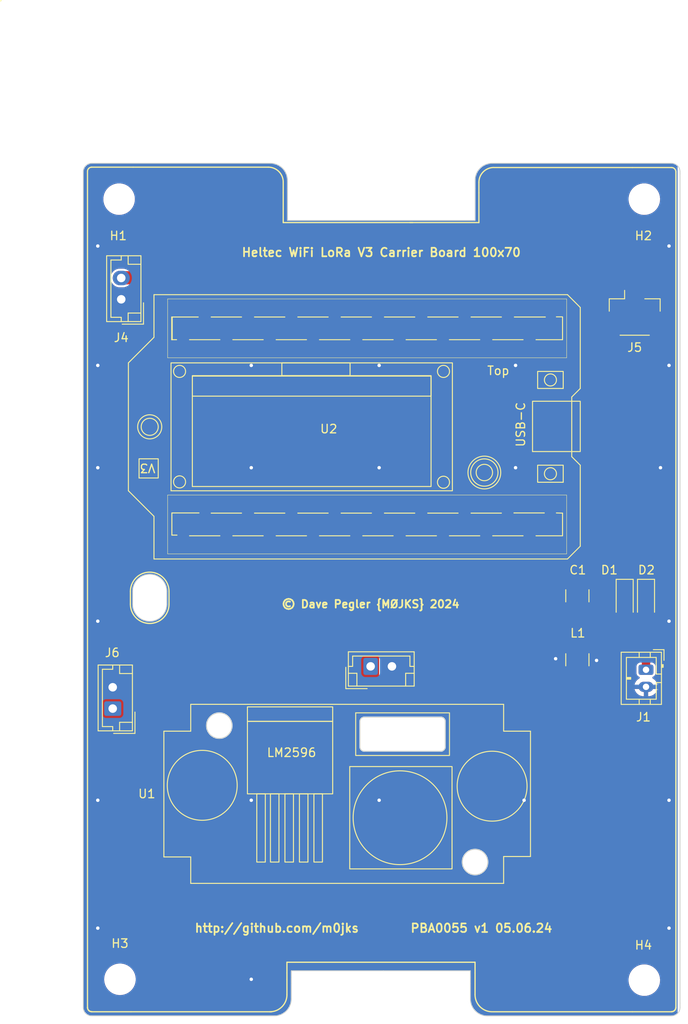
<source format=kicad_pcb>
(kicad_pcb (version 20221018) (generator pcbnew)
  (layers (0 "F.Cu" signal) (31 "B.Cu" signal) (34 "B.Paste" user) (35 "F.Paste" user) (36 "B.SilkS" user "B.Silkscreen") (37 "F.SilkS" user "F.Silkscreen") (38 "B.Mask" user) (39 "F.Mask" user) (44 "Edge.Cuts" user))
  (net 0 "")
  (net 1 "+3V8")
  (net 2 "GND")
  (net 3 "+12V")
  (net 4 "+5V")
  (net 5 "Net-(D2-A)")
  (net 6 "Net-(L1-Pad1)")
  (net 7 "Net-(D1-A)")
  (footprint "M0jks:Heltec_LoRa_WiFi_V3_SMD" (layer "F.Cu") (at 138.59 79.955 90)
    (fp_text reference "U2" (at -0.25 -4.5 unlocked) (layer "F.SilkS"))
    (fp_text value "~")
    (fp_text user "V3" (at -4.25 -24.75 180 unlocked) (layer "F.SilkS") (effects (justify left bottom)))
    (fp_text user "USB-C" (at -2.45 18.6 90 unlocked) (layer "F.SilkS") (effects (justify left bottom)))
    (fp_text user "Top" (at 6 14 unlocked) (layer "F.SilkS") (effects (justify left bottom)))
    (fp_line (start -15.5 -25) (end -15.5 23.5) (stroke (width 0.12)) (layer "F.SilkS"))
    (fp_line (start -15.5 -25) (end -10.5 -25) (stroke (width 0.12)) (layer "F.SilkS"))
    (fp_line (start -15.5 23.5) (end -14 25) (stroke (width 0.12)) (layer "F.SilkS"))
    (fp_line (start -14.9 -23.4) (end -14.9 23.4) (stroke (width 0.05)) (layer "F.SilkS"))
    (fp_line (start -14.9 23.4) (end -8 23.4) (stroke (width 0.05)) (layer "F.SilkS"))
    (fp_line (start -14 25) (end -4.5 25) (stroke (width 0.12)) (layer "F.SilkS"))
    (fp_line (start -12.78 -17.27) (end -12.78 -20.83) (stroke (width 0.12)) (layer "F.SilkS"))
    (fp_line (start -12.78 -12.19) (end -12.78 -15.75) (stroke (width 0.12)) (layer "F.SilkS"))
    (fp_line (start -12.78 -7.11) (end -12.78 -10.67) (stroke (width 0.12)) (layer "F.SilkS"))
    (fp_line (start -12.78 -2.03) (end -12.78 -5.59) (stroke (width 0.12)) (layer "F.SilkS"))
    (fp_line (start -12.78 3.05) (end -12.78 -0.51) (stroke (width 0.12)) (layer "F.SilkS"))
    (fp_line (start -12.78 8.13) (end -12.78 4.57) (stroke (width 0.12)) (layer "F.SilkS"))
    (fp_line (start -12.78 13.21) (end -12.78 9.65) (stroke (width 0.12)) (layer "F.SilkS"))
    (fp_line (start -12.78 18.29) (end -12.78 14.73) (stroke (width 0.12)) (layer "F.SilkS"))
    (fp_line (start -12.78 22.92) (end -12.78 19.81) (stroke (width 0.12)) (layer "F.SilkS"))
    (fp_line (start -12.7 -22.9) (end -12.7 -22.3) (stroke (width 0.12)) (layer "F.SilkS"))
    (fp_line (start -10.5 -25) (end -7.5 -28) (stroke (width 0.12)) (layer "F.SilkS"))
    (fp_line (start -10.12 -14.73) (end -10.12 -18.29) (stroke (width 0.12)) (layer "F.SilkS"))
    (fp_line (start -10.12 -9.65) (end -10.12 -13.21) (stroke (width 0.12)) (layer "F.SilkS"))
    (fp_line (start -10.12 -4.57) (end -10.12 -8.13) (stroke (width 0.12)) (layer "F.SilkS"))
    (fp_line (start -10.12 0.51) (end -10.12 -3.05) (stroke (width 0.12)) (layer "F.SilkS"))
    (fp_line (start -10.12 5.59) (end -10.12 2.03) (stroke (width 0.12)) (layer "F.SilkS"))
    (fp_line (start -10.12 10.67) (end -10.12 7.11) (stroke (width 0.12)) (layer "F.SilkS"))
    (fp_line (start -10.12 15.75) (end -10.12 12.19) (stroke (width 0.12)) (layer "F.SilkS"))
    (fp_line (start -10.12 22.92) (end -12.78 22.92) (stroke (width 0.12)) (layer "F.SilkS"))
    (fp_line (start -10.1 -22.9) (end -12.7 -22.9) (stroke (width 0.12)) (layer "F.SilkS"))
    (fp_line (start -10.1 -19.72) (end -10.1 -22.9) (stroke (width 0.12)) (layer "F.SilkS"))
    (fp_line (start -10.1 20.78) (end -10.1 17.22) (stroke (width 0.12)) (layer "F.SilkS"))
    (fp_line (start -10.1 22.2) (end -10.12 22.92) (stroke (width 0.12)) (layer "F.SilkS"))
    (fp_line (start -8 -23.4) (end -14.9 -23.4) (stroke (width 0.05)) (layer "F.SilkS"))
    (fp_line (start -8 23.4) (end -8 -23.4) (stroke (width 0.05)) (layer "F.SilkS"))
    (fp_line (start -7.5 -28) (end 7.5 -28) (stroke (width 0.12)) (layer "F.SilkS"))
    (fp_line (start -4.5 25) (end -3.5 24) (stroke (width 0.12)) (layer "F.SilkS"))
    (fp_line (start -3.5 24) (end 3.5 24) (stroke (width 0.12)) (layer "F.SilkS"))
    (fp_line (start 3.5 24) (end 4.5 25) (stroke (width 0.12)) (layer "F.SilkS"))
    (fp_line (start 4.5 25) (end 14 25) (stroke (width 0.12)) (layer "F.SilkS"))
    (fp_line (start 7.5 -28) (end 10.5 -25) (stroke (width 0.12)) (layer "F.SilkS"))
    (fp_line (start 8.1 -23.4) (end 8.1 23.4) (stroke (width 0.05)) (layer "F.SilkS"))
    (fp_line (start 8.1 23.4) (end 15 23.4) (stroke (width 0.05)) (layer "F.SilkS"))
    (fp_line (start 10.22 -22.35) (end 10.22 -22.92) (stroke (width 0.12)) (layer "F.SilkS"))
    (fp_line (start 10.22 -17.27) (end 10.22 -20.83) (stroke (width 0.12)) (layer "F.SilkS"))
    (fp_line (start 10.22 -12.19) (end 10.22 -15.75) (stroke (width 0.12)) (layer "F.SilkS"))
    (fp_line (start 10.22 -7.11) (end 10.22 -10.67) (stroke (width 0.12)) (layer "F.SilkS"))
    (fp_line (start 10.22 -2.03) (end 10.22 -5.59) (stroke (width 0.12)) (layer "F.SilkS"))
    (fp_line (start 10.22 3.05) (end 10.22 -0.51) (stroke (width 0.12)) (layer "F.SilkS"))
    (fp_line (start 10.22 8.13) (end 10.22 4.57) (stroke (width 0.12)) (layer "F.SilkS"))
    (fp_line (start 10.22 13.21) (end 10.22 9.65) (stroke (width 0.12)) (layer "F.SilkS"))
    (fp_line (start 10.22 18.29) (end 10.22 14.73) (stroke (width 0.12)) (layer "F.SilkS"))
    (fp_line (start 10.22 22.92) (end 10.22 19.81) (stroke (width 0.12)) (layer "F.SilkS"))
    (fp_line (start 10.5 -25) (end 15.5 -25) (stroke (width 0.12)) (layer "F.SilkS"))
    (fp_line (start 12.88 -22.92) (end 10.22 -22.92) (stroke (width 0.12)) (layer "F.SilkS"))
    (fp_line (start 12.88 -22.86) (end 10.22 -22.86) (stroke (width 0.12)) (layer "F.SilkS"))
    (fp_line (start 12.88 -19.81) (end 12.88 -22.92) (stroke (width 0.12)) (layer "F.SilkS"))
    (fp_line (start 12.88 -14.73) (end 12.88 -18.29) (stroke (width 0.12)) (layer "F.SilkS"))
    (fp_line (start 12.88 -9.65) (end 12.88 -13.21) (stroke (width 0.12)) (layer "F.SilkS"))
    (fp_line (start 12.88 -4.57) (end 12.88 -8.13) (stroke (width 0.12)) (layer "F.SilkS"))
    (fp_line (start 12.88 0.51) (end 12.88 -3.05) (stroke (width 0.12)) (layer "F.SilkS"))
    (fp_line (start 12.88 5.59) (end 12.88 2.03) (stroke (width 0.12)) (layer "F.SilkS"))
    (fp_line (start 12.88 10.67) (end 12.88 7.11) (stroke (width 0.12)) (layer "F.SilkS"))
    (fp_line (start 12.88 15.75) (end 12.88 12.19) (stroke (width 0.12)) (layer "F.SilkS"))
    (fp_line (start 12.88 20.9) (end 12.88 17.27) (stroke (width 0.12)) (layer "F.SilkS"))
    (fp_line (start 12.88 22.92) (end 10.22 22.92) (stroke (width 0.12)) (layer "F.SilkS"))
    (fp_line (start 12.9 22.2) (end 12.9 22.9) (stroke (width 0.12)) (layer "F.SilkS"))
    (fp_line (start 14 25) (end 15.5 23.5) (stroke (width 0.12)) (layer "F.SilkS"))
    (fp_line (start 15 -23.4) (end 8.1 -23.4) (stroke (width 0.05)) (layer "F.SilkS"))
    (fp_line (start 15 23.4) (end 15 -23.4) (stroke (width 0.05)) (layer "F.SilkS"))
    (fp_line (start 15.5 -25) (end 15.5 23.5) (stroke (width 0.12)) (layer "F.SilkS"))
    (fp_rect (start -7.5 -23) (end 7.5 10) (stroke (width 0.12)) (fill none) (layer "F.SilkS"))
    (fp_rect (start -7 -20.5) (end 6 7.5) (stroke (width 0.12)) (fill none) (layer "F.SilkS"))
    (fp_rect (start -6.5 23) (end -4.5 20) (stroke (width 0.12)) (fill none) (layer "F.SilkS"))
    (fp_rect (start -6 -26.75) (end -3.75 -24.5) (stroke (width 0.12)) (fill none) (layer "F.SilkS"))
    (fp_rect (start -2.9 19.4) (end 3 25) (stroke (width 0.12)) (fill none) (layer "F.SilkS"))
    (fp_rect (start 3.6 -20.5) (end 5.95 7.5) (stroke (width 0.12)) (fill none) (layer "F.SilkS"))
    (fp_rect (start 4.5 23) (end 6.5 20) (stroke (width 0.12)) (fill none) (layer "F.SilkS"))
    (fp_rect (start 6 -10) (end 7.5 -2) (stroke (width 0.12)) (fill none) (layer "F.SilkS"))
    (fp_circle (center -6.5 8.957106) (end -6 9.457106) (stroke (width 0.12)) (fill none) (layer "F.SilkS"))
    (fp_circle (center -6.457106 -22) (end -5.957106 -21.5) (stroke (width 0.12)) (fill none) (layer "F.SilkS"))
    (fp_circle (center -5.5 21.5) (end -5 21) (stroke (width 0.12)) (fill none) (layer "F.SilkS"))
    (fp_circle (center -5.358495 13.75) (end -4.608495 14.350781) (stroke (width 0.12)) (fill none) (layer "F.SilkS"))
    (fp_circle (center -5.358495 13.75) (end -4.358495 15) (stroke (width 0.12)) (fill none) (layer "F.SilkS"))
    (fp_circle (center -5.358495 13.75) (end -4.358495 15.391505) (stroke (width 0.12)) (fill none) (layer "F.SilkS"))
    (fp_circle (center 0 -25.5) (end 1 -25.5) (stroke (width 0.12)) (fill none) (layer "F.SilkS"))
    (fp_circle (center 0 -25.5) (end 1 -24.5) (stroke (width 0.12)) (fill none) (layer "F.SilkS"))
    (fp_circle (center 5.5 21.5) (end 6 21) (stroke (width 0.12)) (fill none) (layer "F.SilkS"))
    (fp_circle (center 6.5 -22) (end 7 -21.5) (stroke (width 0.12)) (fill none) (layer "F.SilkS"))
    (fp_circle (center 6.5 8.957106) (end 7 9.457106) (stroke (width 0.12)) (fill none) (layer "F.SilkS"))
    (fp_circle (center 50 -43) (end 50 -43) (stroke (width 0.12)) (fill none) (layer "F.SilkS"))
    (pad "1B" smd rect (at -9.795 21.59 270) (size 2.51 1) (layers "F.Cu" "F.Paste" "F.Mask") (net 2 "GND"))
    (pad "1T" smd rect (at 13.205 21.59 270) (size 2.51 1) (layers "F.Cu" "F.Paste" "F.Mask") (net 2 "GND"))
    (pad "2B" smd rect (at -13.105 19.05 270) (size 2.51 1) (layers "F.Cu" "F.Paste" "F.Mask"))
    (pad "2T" smd rect (at 9.895 19.05 270) (size 2.51 1) (layers "F.Cu" "F.Paste" "F.Mask") (net 4 "+5V"))
    (pad "3B" smd rect (at -9.795 16.51 270) (size 2.51 1) (layers "F.Cu" "F.Paste" "F.Mask"))
    (pad "3T" smd rect (at 13.205 16.51 270) (size 2.51 1) (layers "F.Cu" "F.Paste" "F.Mask"))
    (pad "4B" smd rect (at -13.105 13.97 270) (size 2.51 1) (layers "F.Cu" "F.Paste" "F.Mask"))
    (pad "4T" smd rect (at 9.895 13.97 270) (size 2.51 1) (layers "F.Cu" "F.Paste" "F.Mask"))
    (pad "5B" smd rect (at -9.795 11.43 270) (size 2.51 1) (layers "F.Cu" "F.Paste" "F.Mask"))
    (pad "5T" smd rect (at 13.205 11.43 270) (size 2.51 1) (layers "F.Cu" "F.Paste" "F.Mask"))
    (pad "6B" smd rect (at -13.105 8.89 270) (size 2.51 1) (layers "F.Cu" "F.Paste" "F.Mask"))
    (pad "6T" smd rect (at 9.895 8.89 270) (size 2.51 1) (layers "F.Cu" "F.Paste" "F.Mask"))
    (pad "7B" smd rect (at -9.795 6.35 270) (size 2.51 1) (layers "F.Cu" "F.Paste" "F.Mask"))
    (pad "7T" smd rect (at 13.205 6.35 270) (size 2.51 1) (layers "F.Cu" "F.Paste" "F.Mask"))
    (pad "8B" smd rect (at -13.105 3.81 270) (size 2.51 1) (layers "F.Cu" "F.Paste" "F.Mask"))
    (pad "8T" smd rect (at 9.895 3.81 270) (size 2.51 1) (layers "F.Cu" "F.Paste" "F.Mask"))
    (pad "9B" smd rect (at -9.795 1.27 270) (size 2.51 1) (layers "F.Cu" "F.Paste" "F.Mask"))
    (pad "9T" smd rect (at 13.205 1.27 270) (size 2.51 1) (layers "F.Cu" "F.Paste" "F.Mask"))
    (pad "10B" smd rect (at -13.105 -1.27 270) (size 2.51 1) (layers "F.Cu" "F.Paste" "F.Mask"))
    (pad "10T" smd rect (at 9.895 -1.27 270) (size 2.51 1) (layers "F.Cu" "F.Paste" "F.Mask"))
    (pad "11B" smd rect (at -9.795 -3.81 270) (size 2.51 1) (layers "F.Cu" "F.Paste" "F.Mask"))
    (pad "11T" smd rect (at 13.205 -3.81 270) (size 2.51 1) (layers "F.Cu" "F.Paste" "F.Mask"))
    (pad "12B" smd rect (at -13.105 -6.35 270) (size 2.51 1) (layers "F.Cu" "F.Paste" "F.Mask"))
    (pad "12T" smd rect (at 9.895 -6.35 270) (size 2.51 1) (layers "F.Cu" "F.Paste" "F.Mask"))
    (pad "13B" smd rect (at -9.795 -8.89 270) (size 2.51 1) (layers "F.Cu" "F.Paste" "F.Mask"))
    (pad "13T" smd rect (at 13.205 -8.89 270) (size 2.51 1) (layers "F.Cu" "F.Paste" "F.Mask"))
    (pad "14B" smd rect (at -13.105 -11.43 270) (size 2.51 1) (layers "F.Cu" "F.Paste" "F.Mask"))
    (pad "14T" smd rect (at 9.895 -11.43 270) (size 2.51 1) (layers "F.Cu" "F.Paste" "F.Mask"))
    (pad "15B" smd rect (at -9.795 -13.97 270) (size 2.51 1) (layers "F.Cu" "F.Paste" "F.Mask"))
    (pad "15T" smd rect (at 13.205 -13.97 270) (size 2.51 1) (layers "F.Cu" "F.Paste" "F.Mask"))
    (pad "16B" smd rect (at -13.105 -16.51 270) (size 2.51 1) (layers "F.Cu" "F.Paste" "F.Mask"))
    (pad "16T" smd rect (at 9.895 -16.51 270) (size 2.51 1) (layers "F.Cu" "F.Paste" "F.Mask"))
    (pad "17B" smd rect (at -9.795 -19.05 270) (size 2.51 1) (layers "F.Cu" "F.Paste" "F.Mask"))
    (pad "17T" smd rect (at 13.205 -19.05 270) (size 2.51 1) (layers "F.Cu" "F.Paste" "F.Mask"))
    (pad "18B" smd rect (at -13.105 -21.59 270) (size 2.51 1) (layers "F.Cu" "F.Paste" "F.Mask"))
    (pad "18T" smd rect (at 9.895 -21.59 270) (size 2.51 1) (layers "F.Cu" "F.Paste" "F.Mask"))
  )
  (footprint "MountingHole:MountingHole_3.2mm_M3" (layer "F.Cu") (at 171.1 53.25)
    (fp_text reference "H2" (at -0.1 4.3) (layer "F.SilkS"))
    (fp_text value "MountingHole")
    (pad "" np_thru_hole circle (at 0 0) (size 3.2 3.2) (drill 3.2) (layers "*.Cu" "*.Mask"))
  )
  (footprint "Connector_JST:JST_EH_B2B-EH-A_1x02_P2.50mm_Vertical" (layer "F.Cu") (at 139 108.05)
    (fp_text reference "J2" hide)
    (fp_text value "JST_EH_2.50mm")
    (fp_line (start -2.91 0.11) (end -2.91 2.61) (stroke (width 0.12)) (layer "F.SilkS"))
    (fp_line (start -2.91 2.61) (end -0.41 2.61) (stroke (width 0.12)) (layer "F.SilkS"))
    (fp_line (start -2.61 -1.71) (end -2.61 2.31) (stroke (width 0.12)) (layer "F.SilkS"))
    (fp_line (start -2.61 0) (end -2.11 0) (stroke (width 0.12)) (layer "F.SilkS"))
    (fp_line (start -2.61 0.81) (end -1.61 0.81) (stroke (width 0.12)) (layer "F.SilkS"))
    (fp_line (start -2.61 2.31) (end 5.11 2.31) (stroke (width 0.12)) (layer "F.SilkS"))
    (fp_line (start -2.11 -1.21) (end 4.61 -1.21) (stroke (width 0.12)) (layer "F.SilkS"))
    (fp_line (start -2.11 0) (end -2.11 -1.21) (stroke (width 0.12)) (layer "F.SilkS"))
    (fp_line (start -1.61 0.81) (end -1.61 2.31) (stroke (width 0.12)) (layer "F.SilkS"))
    (fp_line (start 4.11 0.81) (end 4.11 2.31) (stroke (width 0.12)) (layer "F.SilkS"))
    (fp_line (start 4.61 -1.21) (end 4.61 0) (stroke (width 0.12)) (layer "F.SilkS"))
    (fp_line (start 4.61 0) (end 5.11 0) (stroke (width 0.12)) (layer "F.SilkS"))
    (fp_line (start 5.11 -1.71) (end -2.61 -1.71) (stroke (width 0.12)) (layer "F.SilkS"))
    (fp_line (start 5.11 0.81) (end 4.11 0.81) (stroke (width 0.12)) (layer "F.SilkS"))
    (fp_line (start 5.11 2.31) (end 5.11 -1.71) (stroke (width 0.12)) (layer "F.SilkS"))
    (pad "1" thru_hole roundrect (at 0 0) (size 1.7 2) (drill 1) (layers "*.Cu" "*.Mask") (roundrect_rratio 0.1470588235) (net 3 "+12V"))
    (pad "2" thru_hole oval (at 2.5 0) (size 1.7 2) (drill 1) (layers "*.Cu" "*.Mask") (net 2 "GND"))
  )
  (footprint "Capacitor_SMD:C_1210_3225Metric" (layer "F.Cu") (at 163.25 107.275 90)
    (fp_text reference "L1" (at 3.125 0.05 180) (layer "F.SilkS"))
    (fp_text value "860nH")
    (fp_line (start -0.711252 -1.36) (end 0.711252 -1.36) (stroke (width 0.12)) (layer "F.SilkS"))
    (fp_line (start -0.711252 1.36) (end 0.711252 1.36) (stroke (width 0.12)) (layer "F.SilkS"))
    (pad "1" smd roundrect (at -1.475 0 90) (size 1.15 2.7) (layers "F.Cu" "F.Paste" "F.Mask") (roundrect_rratio 0.217391) (net 6 "Net-(L1-Pad1)"))
    (pad "2" smd roundrect (at 1.475 0 90) (size 1.15 2.7) (layers "F.Cu" "F.Paste" "F.Mask") (roundrect_rratio 0.217391) (net 7 "Net-(D1-A)"))
  )
  (footprint "Connector_JST:JST_EH_B2B-EH-A_1x02_P2.50mm_Vertical" (layer "F.Cu") (at 108.75 113 90)
    (fp_text reference "J6" (at 6.55 -0.05 180) (layer "F.SilkS"))
    (fp_text value "JST_EH_2.50mm")
    (fp_line (start -2.91 0.11) (end -2.91 2.61) (stroke (width 0.12)) (layer "F.SilkS"))
    (fp_line (start -2.91 2.61) (end -0.41 2.61) (stroke (width 0.12)) (layer "F.SilkS"))
    (fp_line (start -2.61 -1.71) (end -2.61 2.31) (stroke (width 0.12)) (layer "F.SilkS"))
    (fp_line (start -2.61 0) (end -2.11 0) (stroke (width 0.12)) (layer "F.SilkS"))
    (fp_line (start -2.61 0.81) (end -1.61 0.81) (stroke (width 0.12)) (layer "F.SilkS"))
    (fp_line (start -2.61 2.31) (end 5.11 2.31) (stroke (width 0.12)) (layer "F.SilkS"))
    (fp_line (start -2.11 -1.21) (end 4.61 -1.21) (stroke (width 0.12)) (layer "F.SilkS"))
    (fp_line (start -2.11 0) (end -2.11 -1.21) (stroke (width 0.12)) (layer "F.SilkS"))
    (fp_line (start -1.61 0.81) (end -1.61 2.31) (stroke (width 0.12)) (layer "F.SilkS"))
    (fp_line (start 4.11 0.81) (end 4.11 2.31) (stroke (width 0.12)) (layer "F.SilkS"))
    (fp_line (start 4.61 -1.21) (end 4.61 0) (stroke (width 0.12)) (layer "F.SilkS"))
    (fp_line (start 4.61 0) (end 5.11 0) (stroke (width 0.12)) (layer "F.SilkS"))
    (fp_line (start 5.11 -1.71) (end -2.61 -1.71) (stroke (width 0.12)) (layer "F.SilkS"))
    (fp_line (start 5.11 0.81) (end 4.11 0.81) (stroke (width 0.12)) (layer "F.SilkS"))
    (fp_line (start 5.11 2.31) (end 5.11 -1.71) (stroke (width 0.12)) (layer "F.SilkS"))
    (pad "1" thru_hole roundrect (at 0 0 90) (size 1.7 2) (drill 1) (layers "*.Cu" "*.Mask") (roundrect_rratio 0.1470588235) (net 3 "+12V"))
    (pad "2" thru_hole oval (at 2.5 0 90) (size 1.7 2) (drill 1) (layers "*.Cu" "*.Mask") (net 2 "GND"))
  )
  (footprint "Connector_JST:JST_PH_B2B-PH-K_1x02_P2.00mm_Vertical" (layer "F.Cu") (at 171.3 108.45 -90)
    (fp_text reference "J1" (at 5.55 0.3 -180) (layer "F.SilkS"))
    (fp_text value "JST_GH_1.25mm")
    (fp_line (start -2.36 -2.11) (end -2.36 -0.86) (stroke (width 0.12)) (layer "F.SilkS"))
    (fp_line (start -2.06 -1.81) (end -2.06 2.91) (stroke (width 0.12)) (layer "F.SilkS"))
    (fp_line (start -2.06 -0.5) (end -1.45 -0.5) (stroke (width 0.12)) (layer "F.SilkS"))
    (fp_line (start -2.06 0.8) (end -1.45 0.8) (stroke (width 0.12)) (layer "F.SilkS"))
    (fp_line (start -2.06 2.91) (end 4.06 2.91) (stroke (width 0.12)) (layer "F.SilkS"))
    (fp_line (start -1.45 -1.2) (end -1.45 2.3) (stroke (width 0.12)) (layer "F.SilkS"))
    (fp_line (start -1.45 2.3) (end 3.45 2.3) (stroke (width 0.12)) (layer "F.SilkS"))
    (fp_line (start -1.11 -2.11) (end -2.36 -2.11) (stroke (width 0.12)) (layer "F.SilkS"))
    (fp_line (start -0.6 -2.01) (end -0.6 -1.81) (stroke (width 0.12)) (layer "F.SilkS"))
    (fp_line (start -0.3 -2.01) (end -0.6 -2.01) (stroke (width 0.12)) (layer "F.SilkS"))
    (fp_line (start -0.3 -1.91) (end -0.6 -1.91) (stroke (width 0.12)) (layer "F.SilkS"))
    (fp_line (start -0.3 -1.81) (end -0.3 -2.01) (stroke (width 0.12)) (layer "F.SilkS"))
    (fp_line (start 0.5 -1.81) (end 0.5 -1.2) (stroke (width 0.12)) (layer "F.SilkS"))
    (fp_line (start 0.5 -1.2) (end -1.45 -1.2) (stroke (width 0.12)) (layer "F.SilkS"))
    (fp_line (start 0.9 1.8) (end 1.1 1.8) (stroke (width 0.12)) (layer "F.SilkS"))
    (fp_line (start 0.9 2.3) (end 0.9 1.8) (stroke (width 0.12)) (layer "F.SilkS"))
    (fp_line (start 1 2.3) (end 1 1.8) (stroke (width 0.12)) (layer "F.SilkS"))
    (fp_line (start 1.1 1.8) (end 1.1 2.3) (stroke (width 0.12)) (layer "F.SilkS"))
    (fp_line (start 1.5 -1.2) (end 1.5 -1.81) (stroke (width 0.12)) (layer "F.SilkS"))
    (fp_line (start 3.45 -1.2) (end 1.5 -1.2) (stroke (width 0.12)) (layer "F.SilkS"))
    (fp_line (start 3.45 2.3) (end 3.45 -1.2) (stroke (width 0.12)) (layer "F.SilkS"))
    (fp_line (start 4.06 -1.81) (end -2.06 -1.81) (stroke (width 0.12)) (layer "F.SilkS"))
    (fp_line (start 4.06 -0.5) (end 3.45 -0.5) (stroke (width 0.12)) (layer "F.SilkS"))
    (fp_line (start 4.06 0.8) (end 3.45 0.8) (stroke (width 0.12)) (layer "F.SilkS"))
    (fp_line (start 4.06 2.91) (end 4.06 -1.81) (stroke (width 0.12)) (layer "F.SilkS"))
    (pad "1" thru_hole roundrect (at 0 0 270) (size 1.2 1.75) (drill 0.75) (layers "*.Cu" "*.Mask") (roundrect_rratio 0.2083333333) (net 5 "Net-(D2-A)"))
    (pad "2" thru_hole oval (at 2 0 270) (size 1.2 1.75) (drill 0.75) (layers "*.Cu" "*.Mask") (net 2 "GND"))
  )
  (footprint "MountingHole:MountingHole_3.2mm_M3" (layer "F.Cu") (at 109.6 144.75 -90)
    (fp_text reference "H3" (at -4.2 0 -180) (layer "F.SilkS"))
    (fp_text value "MountingHole")
    (pad "" np_thru_hole circle (at 0 0 270) (size 3.2 3.2) (drill 3.2) (layers "*.Cu" "*.Mask"))
  )
  (footprint "Diode_SMD:D_SOD-123F" (layer "F.Cu") (at 168.8 100.05 -90)
    (fp_text reference "D1" (at -3.3 1.8 -180) (layer "F.SilkS"))
    (fp_text value "D")
    (fp_line (start -2.21 -1) (end -2.21 1) (stroke (width 0.12)) (layer "F.SilkS"))
    (fp_line (start -2.21 -1) (end 1.65 -1) (stroke (width 0.12)) (layer "F.SilkS"))
    (fp_line (start -2.21 1) (end 1.65 1) (stroke (width 0.12)) (layer "F.SilkS"))
    (pad "1" smd roundrect (at -1.4 0 270) (size 1.1 1.1) (layers "F.Cu" "F.Paste" "F.Mask") (roundrect_rratio 0.2272727273) (net 4 "+5V"))
    (pad "2" smd roundrect (at 1.4 0 270) (size 1.1 1.1) (layers "F.Cu" "F.Paste" "F.Mask") (roundrect_rratio 0.2272727273) (net 7 "Net-(D1-A)"))
  )
  (footprint "Connector_JST:JST_EH_B2B-EH-A_1x02_P2.50mm_Vertical" (layer "F.Cu") (at 109.75 65 90)
    (fp_text reference "J4" (at -4.5 0) (layer "F.SilkS"))
    (fp_text value "JST_EH_2.50mm")
    (fp_line (start -2.91 0.11) (end -2.91 2.61) (stroke (width 0.12)) (layer "F.SilkS"))
    (fp_line (start -2.91 2.61) (end -0.41 2.61) (stroke (width 0.12)) (layer "F.SilkS"))
    (fp_line (start -2.61 -1.71) (end -2.61 2.31) (stroke (width 0.12)) (layer "F.SilkS"))
    (fp_line (start -2.61 0) (end -2.11 0) (stroke (width 0.12)) (layer "F.SilkS"))
    (fp_line (start -2.61 0.81) (end -1.61 0.81) (stroke (width 0.12)) (layer "F.SilkS"))
    (fp_line (start -2.61 2.31) (end 5.11 2.31) (stroke (width 0.12)) (layer "F.SilkS"))
    (fp_line (start -2.11 -1.21) (end 4.61 -1.21) (stroke (width 0.12)) (layer "F.SilkS"))
    (fp_line (start -2.11 0) (end -2.11 -1.21) (stroke (width 0.12)) (layer "F.SilkS"))
    (fp_line (start -1.61 0.81) (end -1.61 2.31) (stroke (width 0.12)) (layer "F.SilkS"))
    (fp_line (start 4.11 0.81) (end 4.11 2.31) (stroke (width 0.12)) (layer "F.SilkS"))
    (fp_line (start 4.61 -1.21) (end 4.61 0) (stroke (width 0.12)) (layer "F.SilkS"))
    (fp_line (start 4.61 0) (end 5.11 0) (stroke (width 0.12)) (layer "F.SilkS"))
    (fp_line (start 5.11 -1.71) (end -2.61 -1.71) (stroke (width 0.12)) (layer "F.SilkS"))
    (fp_line (start 5.11 0.81) (end 4.11 0.81) (stroke (width 0.12)) (layer "F.SilkS"))
    (fp_line (start 5.11 2.31) (end 5.11 -1.71) (stroke (width 0.12)) (layer "F.SilkS"))
    (pad "1" thru_hole roundrect (at 0 0 90) (size 1.7 2) (drill 1) (layers "*.Cu" "*.Mask") (roundrect_rratio 0.1470588235) (net 2 "GND"))
    (pad "2" thru_hole oval (at 2.5 0 90) (size 1.7 2) (drill 1) (layers "*.Cu" "*.Mask") (net 1 "+3V8"))
  )
  (footprint "Connector_JST:JST_GH_SM02B-GHS-TB_1x02-1MP_P1.25mm_Horizontal" (layer "F.Cu") (at 169.975 66.65)
    (fp_text reference "J5" (at 0 4 180) (layer "F.SilkS"))
    (fp_text value "JST_GH_1.25mm")
    (fp_line (start -2.985 -1.71) (end -1.185 -1.71) (stroke (width 0.12)) (layer "F.SilkS"))
    (fp_line (start -2.985 -0.26) (end -2.985 -1.71) (stroke (width 0.12)) (layer "F.SilkS"))
    (fp_line (start -1.715 2.56) (end 1.715 2.56) (stroke (width 0.12)) (layer "F.SilkS"))
    (fp_line (start -1.185 -1.71) (end -1.185 -2.7) (stroke (width 0.12)) (layer "F.SilkS"))
    (fp_line (start 2.985 -1.71) (end 1.185 -1.71) (stroke (width 0.12)) (layer "F.SilkS"))
    (fp_line (start 2.985 -0.26) (end 2.985 -1.71) (stroke (width 0.12)) (layer "F.SilkS"))
    (pad "1" smd roundrect (at -0.625 -1.85) (size 0.6 1.7) (layers "F.Cu" "F.Paste" "F.Mask") (net 2 "GND"))
    (pad "2" smd roundrect (at 0.625 -1.85) (size 0.6 1.7) (layers "F.Cu" "F.Paste" "F.Mask") (net 1 "+3V8"))
    (pad "MP" smd roundrect (at -2.475 1.35) (size 1 2.7) (layers "F.Cu" "F.Paste" "F.Mask"))
    (pad "MP" smd roundrect (at 2.475 1.35) (size 1 2.7) (layers "F.Cu" "F.Paste" "F.Mask"))
  )
  (footprint "MountingHole:MountingHole_3.2mm_M3" (layer "F.Cu") (at 109.5 53.25)
    (fp_text reference "H1" (at -0.1 4.3) (layer "F.SilkS"))
    (fp_text value "MountingHole")
    (pad "" np_thru_hole circle (at 0 0) (size 3.2 3.2) (drill 3.2) (layers "*.Cu" "*.Mask"))
  )
  (footprint "Diode_SMD:D_SOD-123F" (layer "F.Cu") (at 171.3 100.05 -90)
    (fp_text reference "D2" (at -3.3 -0.05 -180) (layer "F.SilkS"))
    (fp_text value "D")
    (fp_line (start -2.21 -1) (end -2.21 1) (stroke (width 0.12)) (layer "F.SilkS"))
    (fp_line (start -2.21 -1) (end 1.65 -1) (stroke (width 0.12)) (layer "F.SilkS"))
    (fp_line (start -2.21 1) (end 1.65 1) (stroke (width 0.12)) (layer "F.SilkS"))
    (pad "1" smd roundrect (at -1.4 0 270) (size 1.1 1.1) (layers "F.Cu" "F.Paste" "F.Mask") (roundrect_rratio 0.2272727273) (net 4 "+5V"))
    (pad "2" smd roundrect (at 1.4 0 270) (size 1.1 1.1) (layers "F.Cu" "F.Paste" "F.Mask") (roundrect_rratio 0.2272727273) (net 5 "Net-(D2-A)"))
  )
  (footprint "Capacitor_SMD:C_1210_3225Metric" (layer "F.Cu") (at 163.25 99.775 90)
    (fp_text reference "C1" (at 3.025 0.05 180) (layer "F.SilkS"))
    (fp_text value "100uF")
    (fp_line (start -0.711252 -1.36) (end 0.711252 -1.36) (stroke (width 0.12)) (layer "F.SilkS"))
    (fp_line (start -0.711252 1.36) (end 0.711252 1.36) (stroke (width 0.12)) (layer "F.SilkS"))
    (pad "1" smd roundrect (at -1.475 0 90) (size 1.15 2.7) (layers "F.Cu" "F.Paste" "F.Mask") (roundrect_rratio 0.217391) (net 7 "Net-(D1-A)"))
    (pad "2" smd roundrect (at 1.475 0 90) (size 1.15 2.7) (layers "F.Cu" "F.Paste" "F.Mask") (roundrect_rratio 0.217391) (net 2 "GND"))
  )
  (footprint "MountingHole:MountingHole_3.2mm_M3" (layer "F.Cu") (at 171.1 144.85 -90)
    (fp_text reference "H4" (at -4.1 0.1 -180) (layer "F.SilkS"))
    (fp_text value "MountingHole")
    (pad "" np_thru_hole circle (at 0 0 270) (size 3.2 3.2) (drill 3.2) (layers "*.Cu" "*.Mask"))
  )
  (footprint "M0jks:LM2496_DC-DC_HW-411" (layer "F.Cu") (at 134.55 134.75)
    (fp_text reference "U1" (at -21.8 -11.75 unlocked) (layer "F.SilkS"))
    (fp_text value "~")
    (fp_text user "LM2596" (at -7.8 -16 unlocked) (layer "F.SilkS") (effects (justify left bottom)))
    (fp_line (start -19.8 -19.1) (end -19.8 -4.35) (stroke (width 0.12)) (layer "F.SilkS"))
    (fp_line (start -19.8 -19.1) (end -16.65 -19.1) (stroke (width 0.12)) (layer "F.SilkS"))
    (fp_line (start -16.65 -22.25) (end 20.05 -22.25) (stroke (width 0.12)) (layer "F.SilkS"))
    (fp_line (start -16.65 -19.1) (end -16.65 -22.25) (stroke (width 0.12)) (layer "F.SilkS"))
    (fp_line (start -16.65 -4.35) (end -19.8 -4.35) (stroke (width 0.12)) (layer "F.SilkS"))
    (fp_line (start -16.65 -1.25) (end -16.65 -4.35) (stroke (width 0.12)) (layer "F.SilkS"))
    (fp_line (start 20.05 -19.1) (end 20.05 -22.25) (stroke (width 0.12)) (layer "F.SilkS"))
    (fp_line (start 20.05 -4.4) (end 20.05 -1.25) (stroke (width 0.12)) (layer "F.SilkS"))
    (fp_line (start 20.05 -1.25) (end -16.65 -1.25) (stroke (width 0.12)) (layer "F.SilkS"))
    (fp_line (start 23.2 -19.1) (end 20.1 -19.1) (stroke (width 0.12)) (layer "F.SilkS"))
    (fp_line (start 23.2 -19.1) (end 23.2 -4.4) (stroke (width 0.12)) (layer "F.SilkS"))
    (fp_line (start 23.2 -4.4) (end 20.05 -4.4) (stroke (width 0.12)) (layer "F.SilkS"))
    (fp_rect (start -10 -20.25) (end 0 -21.95) (stroke (width 0.12)) (fill none) (layer "F.SilkS"))
    (fp_rect (start -10 -20.25) (end 0 -11.75) (stroke (width 0.12)) (fill none) (layer "F.SilkS"))
    (fp_rect (start -8.9 -11.75) (end -7.9 -3.75) (stroke (width 0.12)) (fill none) (layer "F.SilkS"))
    (fp_rect (start -7.3 -11.75) (end -6.3 -3.75) (stroke (width 0.12)) (fill none) (layer "F.SilkS"))
    (fp_rect (start -5.6 -11.75) (end -4.6 -3.75) (stroke (width 0.12)) (fill none) (layer "F.SilkS"))
    (fp_rect (start -3.9 -11.75) (end -2.9 -3.75) (stroke (width 0.12)) (fill none) (layer "F.SilkS"))
    (fp_rect (start -2.2 -11.75) (end -1.2 -3.75) (stroke (width 0.12)) (fill none) (layer "F.SilkS"))
    (fp_rect (start 2 -14.95) (end 14 -2.95) (stroke (width 0.12)) (fill none) (layer "F.SilkS"))
    (fp_rect (start 2.7 -21.25) (end 13.7 -16.25) (stroke (width 0.12)) (fill none) (layer "F.SilkS"))
    (fp_circle (center -15.3 -12.75) (end -11.2 -12.75) (stroke (width 0.12)) (fill none) (layer "F.SilkS"))
    (fp_circle (center 7.9 -8.95) (end 13.4 -8.95) (stroke (width 0.12)) (fill none) (layer "F.SilkS"))
    (fp_circle (center 18.7 -12.65) (end 22.8 -12.65) (stroke (width 0.12)) (fill none) (layer "F.SilkS"))
    (fp_line (start 3.2 -17.25) (end 3.2 -20.25) (stroke (width 0.12)) (layer "Edge.Cuts"))
    (fp_line (start 3.7 -20.75) (end 12.7 -20.75) (stroke (width 0.12)) (layer "Edge.Cuts"))
    (fp_line (start 12.7 -16.75) (end 3.7 -16.75) (stroke (width 0.12)) (layer "Edge.Cuts"))
    (fp_line (start 13.2 -20.25) (end 13.2 -17.25) (stroke (width 0.12)) (layer "Edge.Cuts"))
    (fp_arc (start 3.2 -20.25) (mid 3.346447 -20.603553) (end 3.7 -20.75) (stroke (width 0.12)) (layer "Edge.Cuts"))
    (fp_arc (start 3.7 -16.75) (mid 3.346447 -16.896447) (end 3.2 -17.25) (stroke (width 0.12)) (layer "Edge.Cuts"))
    (fp_arc (start 12.7 -20.75) (mid 13.053553 -20.603553) (end 13.2 -20.25) (stroke (width 0.12)) (layer "Edge.Cuts"))
    (fp_arc (start 13.2 -17.25) (mid 13.053553 -16.896447) (end 12.7 -16.75) (stroke (width 0.12)) (layer "Edge.Cuts"))
    (fp_circle (center -13.3 -19.75) (end -11.8 -19.75) (stroke (width 0.12)) (fill none) (layer "Edge.Cuts"))
    (fp_circle (center 16.7 -3.75) (end 18.2 -3.75) (stroke (width 0.12)) (fill none) (layer "Edge.Cuts"))
    (pad "IN+" smd rect (at -18.3 -20.75 180) (size 5 5) (drill (offset 1 1)) (layers "F.Cu" "F.Paste" "F.Mask") (net 3 "+12V") (clearance 1))
    (pad "IN-" smd rect (at -18.3 -2.75 270) (size 5 5) (drill (offset 1 1)) (layers "F.Cu" "F.Paste" "F.Mask") (net 2 "GND"))
    (pad "OUT+" smd rect (at 21.7 -20.75 90) (size 5 5) (drill (offset 1 1)) (layers "F.Cu" "F.Paste" "F.Mask") (net 6 "Net-(L1-Pad1)") (clearance 1))
    (pad "OUT-" smd rect (at 21.7 -2.75) (size 5 5) (drill (offset 1 1)) (layers "F.Cu" "F.Paste" "F.Mask") (net 2 "GND"))
  )
  (gr_arc (start 115.353846 100.75) (mid 113.09 103.013846) (end 110.826154 100.75) (stroke (width 0.15)) (layer "F.SilkS"))
  (gr_line (start 143.95 56) (end 128.75 56) (stroke (width 0.15)) (layer "F.SilkS"))
  (gr_arc (start 174.799999 148.057107) (mid 174.65355 148.410656) (end 174.299999 148.557107) (stroke (width 0.15)) (layer "F.SilkS"))
  (gr_line (start 110.826154 99.263846) (end 110.826154 100.75) (stroke (width 0.15)) (layer "F.SilkS"))
  (gr_line (start 129.185786 144.75) (end 129.185786 144) (stroke (width 0.15)) (layer "F.SilkS"))
  (gr_line (start 153.5 49.542893) (end 169.699999 49.542893) (stroke (width 0.15)) (layer "F.SilkS"))
  (gr_arc (start 151.7 51.287437) (mid 152.21255 50.049976) (end 153.45 49.537437) (stroke (width 0.15)) (layer "F.SilkS"))
  (gr_line (start 111.142893 49.5) (end 127 49.5) (stroke (width 0.15)) (layer "F.SilkS"))
  (gr_arc (start 129.185786 146.557107) (mid 128.599996 147.971311) (end 127.185786 148.557107) (stroke (width 0.15)) (layer "F.SilkS"))
  (gr_arc (start 110.826154 99.263846) (mid 113.09 97) (end 115.353846 99.263846) (stroke (width 0.15)) (layer "F.SilkS"))
  (gr_arc (start 153.25 148.557107) (mid 151.835784 147.971321) (end 151.25 146.557107) (stroke (width 0.15)) (layer "F.SilkS"))
  (gr_arc (start 174.299999 49.542893) (mid 174.653556 49.689339) (end 174.799999 50.042893) (stroke (width 0.15)) (layer "F.SilkS"))
  (gr_line (start 129.185786 142.75) (end 151.25 142.75) (stroke (width 0.15)) (layer "F.SilkS"))
  (gr_line (start 153.32 148.557107) (end 169.699999 148.557107) (stroke (width 0.15)) (layer "F.SilkS"))
  (gr_line (start 110.892893 148.557107) (end 127.4 148.557107) (stroke (width 0.15)) (layer "F.SilkS"))
  (gr_line (start 151.7 52.5) (end 151.7 56) (stroke (width 0.15)) (layer "F.SilkS"))
  (gr_line (start 128.75 52.5) (end 128.75 51.25) (stroke (width 0.15)) (layer "F.SilkS"))
  (gr_line (start 111.142893 49.5) (end 106.25 49.5) (stroke (width 0.15)) (layer "F.SilkS"))
  (gr_line (start 143.6 56) (end 151.7 56) (stroke (width 0.15)) (layer "F.SilkS"))
  (gr_line (start 151.25 144) (end 151.25 142.75) (stroke (width 0.15)) (layer "F.SilkS"))
  (gr_line (start 151.7 52.5) (end 151.7 51.287437) (stroke (width 0.15)) (layer "F.SilkS"))
  (gr_line (start 174.299999 49.542893) (end 169.699999 49.542893) (stroke (width 0.15)) (layer "F.SilkS"))
  (gr_line (start 129.185786 144) (end 129.185786 142.75) (stroke (width 0.15)) (layer "F.SilkS"))
  (gr_arc (start 106.292893 148.557107) (mid 105.939342 148.410658) (end 105.792893 148.057107) (stroke (width 0.15)) (layer "F.SilkS"))
  (gr_line (start 110.892893 148.557107) (end 106.292893 148.557107) (stroke (width 0.15)) (layer "F.SilkS"))
  (gr_arc (start 174.792893 148.042893) (mid 174.646448 148.396448) (end 174.292893 148.542893) (stroke (width 0.15)) (layer "F.SilkS"))
  (gr_line (start 115.353846 99.263846) (end 115.353846 100.75) (stroke (width 0.15)) (layer "F.SilkS"))
  (gr_line (start 151.25 144) (end 151.25 146.557107) (stroke (width 0.15)) (layer "F.SilkS"))
  (gr_line (start 174.799999 148.042893) (end 174.799999 50.042893) (stroke (width 0.15)) (layer "F.SilkS"))
  (gr_line (start 128.75 52.5) (end 128.75 56) (stroke (width 0.15)) (layer "F.SilkS"))
  (gr_line (start 174.299999 148.557107) (end 169.699999 148.557107) (stroke (width 0.15)) (layer "F.SilkS"))
  (gr_arc (start 105.792893 50) (mid 105.939339 49.646444) (end 106.292893 49.5) (stroke (width 0.15)) (layer "F.SilkS"))
  (gr_arc (start 127 49.5) (mid 128.237437 50.012563) (end 128.75 51.25) (stroke (width 0.15)) (layer "F.SilkS"))
  (gr_line (start 105.792893 148.042893) (end 105.792893 50.042893) (stroke (width 0.15)) (layer "F.SilkS"))
  (gr_line (start 129.185786 144.75) (end 129.185786 146.557107) (stroke (width 0.15)) (layer "F.SilkS"))
  (gr_arc (start 106.292893 148.542893) (mid 105.939347 148.396443) (end 105.792893 148.042893) (stroke (width 0.15)) (layer "F.SilkS"))
  (gr_line (start 151.25 52) (end 151.25 55.75) (stroke (width 0.1)) (layer "Edge.Cuts"))
  (gr_line (start 150.7 145.25) (end 150.7 144.5) (stroke (width 0.1)) (layer "Edge.Cuts"))
  (gr_arc (start 105.292893 50.042893) (mid 105.585788 49.335788) (end 106.292893 49.042893) (stroke (width 0.1)) (layer "Edge.Cuts"))
  (gr_line (start 129.25 52) (end 129.25 55.75) (stroke (width 0.1)) (layer "Edge.Cuts"))
  (gr_arc (start 106.292893 149.042893) (mid 105.585793 148.749997) (end 105.292893 148.042893) (stroke (width 0.1)) (layer "Edge.Cuts"))
  (gr_line (start 150.7 145.25) (end 150.7 147.05) (stroke (width 0.1)) (layer "Edge.Cuts"))
  (gr_arc (start 151.25 51.042893) (mid 151.835789 49.628684) (end 153.25 49.042893) (stroke (width 0.1)) (layer "Edge.Cuts"))
  (gr_line (start 151.25 51.042893) (end 151.25 52) (stroke (width 0.1)) (layer "Edge.Cuts"))
  (gr_line (start 175.292893 148.042893) (end 175.292893 147.542892) (stroke (width 0.1)) (layer "Edge.Cuts"))
  (gr_line (start 129.25 55.75) (end 140.25 55.75) (stroke (width 0.1)) (layer "Edge.Cuts"))
  (gr_arc (start 115.09 100.75) (mid 113.09 102.75) (end 111.09 100.75) (stroke (width 0.1)) (layer "Edge.Cuts"))
  (gr_line (start 174.292893 49.042893) (end 153.25 49.042893) (stroke (width 0.1)) (layer "Edge.Cuts"))
  (gr_line (start 105.292893 148.042893) (end 105.292893 50.042893) (stroke (width 0.1)) (layer "Edge.Cuts"))
  (gr_line (start 127.25 49.042893) (end 106.292893 49.042893) (stroke (width 0.1)) (layer "Edge.Cuts"))
  (gr_line (start 129.7 144.5) (end 129.7 143.75) (stroke (width 0.1)) (layer "Edge.Cuts"))
  (gr_line (start 129.7 145.25) (end 129.7 144.5) (stroke (width 0.1)) (layer "Edge.Cuts"))
  (gr_line (start 150.7 144.5) (end 150.7 143.75) (stroke (width 0.1)) (layer "Edge.Cuts"))
  (gr_line (start 115.09 100.75) (end 115.09 99.25) (stroke (width 0.1)) (layer "Edge.Cuts"))
  (gr_arc (start 129.7 147.042893) (mid 129.114216 148.457111) (end 127.7 149.042893) (stroke (width 0.1)) (layer "Edge.Cuts"))
  (gr_line (start 111.09 99.25) (end 111.09 100.75) (stroke (width 0.1)) (layer "Edge.Cuts"))
  (gr_arc (start 127.25 49.042893) (mid 128.664216 49.628679) (end 129.25 51.042893) (stroke (width 0.1)) (layer "Edge.Cuts"))
  (gr_line (start 152.7 149.05) (end 174.292893 149.05) (stroke (width 0.1)) (layer "Edge.Cuts"))
  (gr_line (start 175.292893 57.63) (end 175.292893 140.35) (stroke (width 0.1)) (layer "Edge.Cuts"))
  (gr_line (start 175.292893 50.042893) (end 175.292893 50.27) (stroke (width 0.1)) (layer "Edge.Cuts"))
  (gr_line (start 129.7 143.75) (end 140.5 143.75) (stroke (width 0.1)) (layer "Edge.Cuts"))
  (gr_line (start 129.7 147.042893) (end 129.7 145.25) (stroke (width 0.1)) (layer "Edge.Cuts"))
  (gr_arc (start 152.7 149.05) (mid 151.285786 148.464214) (end 150.7 147.05) (stroke (width 0.1)) (layer "Edge.Cuts"))
  (gr_line (start 151.25 55.75) (end 140.25 55.75) (stroke (width 0.1)) (layer "Edge.Cuts"))
  (gr_arc (start 175.292893 148.042893) (mid 175.000002 148.750002) (end 174.292893 149.042893) (stroke (width 0.1)) (layer "Edge.Cuts"))
  (gr_line (start 129.25 51.042893) (end 129.25 52) (stroke (width 0.1)) (layer "Edge.Cuts"))
  (gr_line (start 150.7 143.75) (end 140.5 143.75) (stroke (width 0.1)) (layer "Edge.Cuts"))
  (gr_arc (start 111.09 99.25) (mid 113.09 97.25) (end 115.09 99.25) (stroke (width 0.1)) (layer "Edge.Cuts"))
  (gr_line (start 175.292893 147.542892) (end 175.292893 140.35) (stroke (width 0.1)) (layer "Edge.Cuts"))
  (gr_line (start 106.292893 149.042893) (end 127.7 149.042893) (stroke (width 0.1)) (layer "Edge.Cuts"))
  (gr_arc (start 174.292893 49.042893) (mid 175.000007 49.335783) (end 175.292893 50.042893) (stroke (width 0.1)) (layer "Edge.Cuts"))
  (gr_line (start 175.292893 57.63) (end 175.292893 50.27) (stroke (width 0.1)) (layer "Edge.Cuts"))
  (gr_text "PBA0055 v1 05.06.24" (at 152 138.75) (layer "F.SilkS") (effects (font (size 1 1) (thickness 0.2) bold)))
  (gr_text "Heltec WiFi LoRa V3 Carrier Board 100x70" (at 140.25 59.5) (layer "F.SilkS") (effects (font (size 1 1) (thickness 0.2) bold)))
  (gr_text "© Dave Pegler {MØJKS} 2024" (at 139 100.75) (layer "F.SilkS") (effects (font (size 0.9 0.9) (thickness 0.2) bold)))
  (gr_text "http://github.com/m0jks" (at 128 138.75) (layer "F.SilkS") (effects (font (size 1 1) (thickness 0.2) bold)))
  (via (at 174 72.75) (size 0.8) (drill 0.4) (layers "F.Cu" "B.Cu") (net 2))
  (via (at 140 123.75) (size 0.8) (drill 0.4) (layers "F.Cu" "B.Cu") (net 2))
  (via (at 107 72.75) (size 0.8) (drill 0.4) (layers "F.Cu" "B.Cu") (net 2))
  (via (at 125 84.75) (size 0.8) (drill 0.4) (layers "F.Cu" "B.Cu") (net 2))
  (via (at 156 84.75) (size 0.8) (drill 0.4) (layers "F.Cu" "B.Cu") (net 2))
  (via (at 125 144.75) (size 0.8) (drill 0.4) (layers "F.Cu" "B.Cu") (net 2))
  (via (at 107 84.75) (size 0.8) (drill 0.4) (layers "F.Cu" "B.Cu") (net 2))
  (via (at 157 123.75) (size 0.8) (drill 0.4) (layers "F.Cu" "B.Cu") (net 2))
  (via (at 107 58.75) (size 0.8) (drill 0.4) (layers "F.Cu" "B.Cu") (net 2))
  (via (at 174 102.75) (size 0.8) (drill 0.4) (layers "F.Cu" "B.Cu") (net 2))
  (via (at 125 72.75) (size 0.8) (drill 0.4) (layers "F.Cu" "B.Cu") (net 2))
  (via (at 156 72.75) (size 0.8) (drill 0.4) (layers "F.Cu" "B.Cu") (net 2))
  (via (at 174 123.75) (size 0.8) (drill 0.4) (layers "F.Cu" "B.Cu") (net 2))
  (via (at 107 102.75) (size 0.8) (drill 0.4) (layers "F.Cu" "B.Cu") (net 2))
  (via (at 165.5 107.35) (size 0.8) (drill 0.4) (layers "F.Cu" "B.Cu") (net 2))
  (via (at 173 84.75) (size 0.8) (drill 0.4) (layers "F.Cu" "B.Cu") (net 2))
  (via (at 140 84.75) (size 0.8) (drill 0.4) (layers "F.Cu" "B.Cu") (net 2))
  (via (at 125 123.75) (size 0.8) (drill 0.4) (layers "F.Cu" "B.Cu") (net 2))
  (via (at 140 72.75) (size 0.8) (drill 0.4) (layers "F.Cu" "B.Cu") (net 2))
  (via (at 107 123.75) (size 0.8) (drill 0.4) (layers "F.Cu" "B.Cu") (net 2))
  (via (at 174 58.75) (size 0.8) (drill 0.4) (layers "F.Cu" "B.Cu") (net 2))
  (via (at 160.7 107.15) (size 0.8) (drill 0.4) (layers "F.Cu" "B.Cu") (net 2))
  (via (at 174 138.75) (size 0.8) (drill 0.4) (layers "F.Cu" "B.Cu") (net 2))
  (via (at 107 138.75) (size 0.8) (drill 0.4) (layers "F.Cu" "B.Cu") (net 2))
  (segment (start 115.75 114.5) (end 116.25 114) (width 2) (layer "F.Cu") (net 3))
  (segment (start 162.56 70.06) (end 158.31 70.06) (width 2) (layer "F.Cu") (net 4))
  (segment (start 168.8 98.65) (end 168.8 76.3) (width 2) (layer "F.Cu") (net 4))
  (segment (start 158.31 70.06) (end 158.3 70.05) (width 2) (layer "F.Cu") (net 4))
  (segment (start 171.3 98.65) (end 168.8 98.65) (width 2) (layer "F.Cu") (net 4))
  (segment (start 168.8 76.3) (end 162.56 70.06) (width 2) (layer "F.Cu") (net 4))
  (segment (start 171.3 108.45) (end 171.3 101.45) (width 1) (layer "F.Cu") (net 5))
  (segment (start 157.25 113) (end 156.25 114) (width 1) (layer "F.Cu") (net 6))
  (zone (net 7) (net_name "Net-(D1-A)") (layer "F.Cu") (priority 2) (connect_pads (clearance 0.5)) (min_thickness 0.25) (fill yes (thermal_gap 0.5) (thermal_bridge_width 0.5))
    (polygon (pts (xy 161.4 100.75) (xy 161.6 100.55) (xy 169.3 100.55) (xy 169.6 100.85) (xy 169.6 102.35) (xy 168.8 103.15) (xy 166.7 103.15) (xy 165.2 104.65) (xy 165.2 106.45) (xy 165.05 106.6) (xy 161.75 106.6) (xy 161.4 106.25)))
  )
  (zone (net 0) (net_name "") (layer "F.Cu") (connect_pads (clearance 0)) (min_thickness 0.25)
    (keepout (tracks allowed) (vias allowed) (pads allowed) (copperpour not_allowed) (footprints allowed))
    (fill (thermal_gap 0.5) (thermal_bridge_width 0.5))
    (polygon (pts (xy 161.8 106.85) (xy 164.7 106.85) (xy 164.7 107.65) (xy 164.6 107.75) (xy 161.9 107.75) (xy 161.7 107.55) (xy 161.7 106.95)))
  )
  (zone (net 6) (net_name "Net-(L1-Pad1)") (layer "F.Cu") (priority 1) (connect_pads (clearance 0.5)) (min_thickness 0.25) (fill yes (thermal_gap 0.5) (thermal_bridge_width 0.5))
    (polygon (pts (xy 154.842105 107.95) (xy 164.65 107.95) (xy 164.95 108.25) (xy 164.95 114.9) (xy 163.95 115.9) (xy 154.650964 115.9) (xy 154 114.74994) (xy 154 108.75) (xy 154.5 108.27)))
  )
  (zone (net 3) (net_name "+12V") (layer "F.Cu") (priority 3) (connect_pads (clearance 0.5)) (min_thickness 0.25) (fill yes (thermal_gap 0.5) (thermal_bridge_width 0.5))
    (polygon (pts (xy 139 105.75) (xy 140 106.5) (xy 140 109.25) (xy 139 109.75) (xy 119.9375 109.75) (xy 118.75 110.7) (xy 118.75 115.25) (xy 118.25 116) (xy 107.5 116) (xy 107.5 111.75) (xy 110.474241 111.75) (xy 115 105.75) (xy 135.25 105.75)))
  )
  (zone (net 1) (net_name "+3V8") (layer "F.Cu") (priority 5) (connect_pads (clearance 0.25)) (min_thickness 0.25) (fill yes (thermal_gap 0.5) (thermal_bridge_width 0.5))
    (polygon (pts (xy 170.1 63.4) (xy 169.95 63.25) (xy 109.4 63.25) (xy 109.4 61.7) (xy 170.25 61.7) (xy 171.3 62.75) (xy 171.3 65.52) (xy 171.1 65.7) (xy 170.1 65.7)))
  )
  (zone (net 2) (net_name "GND") (layers "F&B.Cu") (connect_pads (clearance 0.25)) (min_thickness 0.25) (fill yes (thermal_gap 0.5) (thermal_bridge_width 0.5))
    (polygon (pts (xy 105.25 49) (xy 175 49) (xy 175 149) (xy 105.25 149)))
  )
)
</source>
